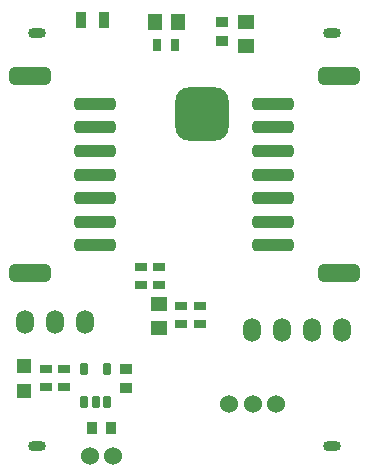
<source format=gbr>
G04*
G04 #@! TF.GenerationSoftware,Altium Limited,Altium Designer,22.4.2 (48)*
G04*
G04 Layer_Color=255*
%FSLAX44Y44*%
%MOMM*%
G71*
G04*
G04 #@! TF.SameCoordinates,805B4EF3-34EF-46CF-B3EC-FB7C4EB053B5*
G04*
G04*
G04 #@! TF.FilePolarity,Positive*
G04*
G01*
G75*
%ADD14R,1.0000X0.7500*%
%ADD15R,0.9500X1.4500*%
G04:AMPARAMS|DCode=16|XSize=1.5mm|YSize=3.5mm|CornerRadius=0.375mm|HoleSize=0mm|Usage=FLASHONLY|Rotation=270.000|XOffset=0mm|YOffset=0mm|HoleType=Round|Shape=RoundedRectangle|*
%AMROUNDEDRECTD16*
21,1,1.5000,2.7500,0,0,270.0*
21,1,0.7500,3.5000,0,0,270.0*
1,1,0.7500,-1.3750,-0.3750*
1,1,0.7500,-1.3750,0.3750*
1,1,0.7500,1.3750,0.3750*
1,1,0.7500,1.3750,-0.3750*
%
%ADD16ROUNDEDRECTD16*%
G04:AMPARAMS|DCode=17|XSize=1mm|YSize=3.5mm|CornerRadius=0.25mm|HoleSize=0mm|Usage=FLASHONLY|Rotation=270.000|XOffset=0mm|YOffset=0mm|HoleType=Round|Shape=RoundedRectangle|*
%AMROUNDEDRECTD17*
21,1,1.0000,3.0000,0,0,270.0*
21,1,0.5000,3.5000,0,0,270.0*
1,1,0.5000,-1.5000,-0.2500*
1,1,0.5000,-1.5000,0.2500*
1,1,0.5000,1.5000,0.2500*
1,1,0.5000,1.5000,-0.2500*
%
%ADD17ROUNDEDRECTD17*%
G04:AMPARAMS|DCode=18|XSize=4.5mm|YSize=4.5mm|CornerRadius=1.125mm|HoleSize=0mm|Usage=FLASHONLY|Rotation=0.000|XOffset=0mm|YOffset=0mm|HoleType=Round|Shape=RoundedRectangle|*
%AMROUNDEDRECTD18*
21,1,4.5000,2.2500,0,0,0.0*
21,1,2.2500,4.5000,0,0,0.0*
1,1,2.2500,1.1250,-1.1250*
1,1,2.2500,-1.1250,-1.1250*
1,1,2.2500,-1.1250,1.1250*
1,1,2.2500,1.1250,1.1250*
%
%ADD18ROUNDEDRECTD18*%
%ADD19R,1.4500X1.1500*%
G04:AMPARAMS|DCode=20|XSize=1.1mm|YSize=0.6mm|CornerRadius=0.15mm|HoleSize=0mm|Usage=FLASHONLY|Rotation=90.000|XOffset=0mm|YOffset=0mm|HoleType=Round|Shape=RoundedRectangle|*
%AMROUNDEDRECTD20*
21,1,1.1000,0.3000,0,0,90.0*
21,1,0.8000,0.6000,0,0,90.0*
1,1,0.3000,0.1500,0.4000*
1,1,0.3000,0.1500,-0.4000*
1,1,0.3000,-0.1500,-0.4000*
1,1,0.3000,-0.1500,0.4000*
%
%ADD20ROUNDEDRECTD20*%
%ADD21R,0.9500X1.0000*%
%ADD22R,1.0000X0.9500*%
%ADD24R,0.7500X1.0000*%
%ADD25R,1.1500X1.4500*%
%ADD39R,1.2000X1.2000*%
%ADD41C,1.0000*%
%ADD42C,1.5240*%
%ADD43O,1.5000X2.0000*%
%ADD44O,1.5000X0.9000*%
D14*
X113030Y176410D02*
D03*
Y161410D02*
D03*
X162940Y128390D02*
D03*
Y143390D02*
D03*
X146940D02*
D03*
Y128390D02*
D03*
X128270Y176410D02*
D03*
Y161410D02*
D03*
X33020Y75500D02*
D03*
Y90500D02*
D03*
X48260Y75500D02*
D03*
Y90500D02*
D03*
D15*
X82140Y386080D02*
D03*
X62640D02*
D03*
D16*
X19250Y338500D02*
D03*
Y171500D02*
D03*
X280750D02*
D03*
Y338500D02*
D03*
D17*
X74750Y315000D02*
D03*
Y195000D02*
D03*
Y295000D02*
D03*
Y215000D02*
D03*
Y235000D02*
D03*
Y255000D02*
D03*
Y275000D02*
D03*
X225250Y195000D02*
D03*
Y315000D02*
D03*
Y215000D02*
D03*
Y295000D02*
D03*
Y275000D02*
D03*
Y255000D02*
D03*
Y235000D02*
D03*
D18*
X165000Y306600D02*
D03*
D19*
X128489Y144982D02*
D03*
Y124982D02*
D03*
X201930Y363800D02*
D03*
Y383800D02*
D03*
D20*
X84430Y90200D02*
D03*
X65430D02*
D03*
X84430Y62200D02*
D03*
X74930D02*
D03*
X65430D02*
D03*
D21*
X72010Y40640D02*
D03*
X88010D02*
D03*
D22*
X100330Y74200D02*
D03*
Y90200D02*
D03*
X181610Y383920D02*
D03*
Y367920D02*
D03*
D24*
X127240Y364490D02*
D03*
X142240D02*
D03*
D25*
X144740Y383800D02*
D03*
X124740D02*
D03*
D39*
X13970Y93050D02*
D03*
Y72050D02*
D03*
D41*
X165000Y306600D02*
D03*
Y291600D02*
D03*
Y321670D02*
D03*
X150000Y306600D02*
D03*
X180000D02*
D03*
Y291600D02*
D03*
X150000D02*
D03*
Y321670D02*
D03*
X180000D02*
D03*
D42*
X70000Y17000D02*
D03*
X90000D02*
D03*
X227960Y60960D02*
D03*
X207960D02*
D03*
X187960D02*
D03*
D43*
X40640Y130000D02*
D03*
X66040D02*
D03*
X15240D02*
D03*
X207010Y123190D02*
D03*
X257810D02*
D03*
X232410D02*
D03*
X283210D02*
D03*
D44*
X25000Y25000D02*
D03*
X275000Y375000D02*
D03*
X25000D02*
D03*
X275000Y25000D02*
D03*
M02*

</source>
